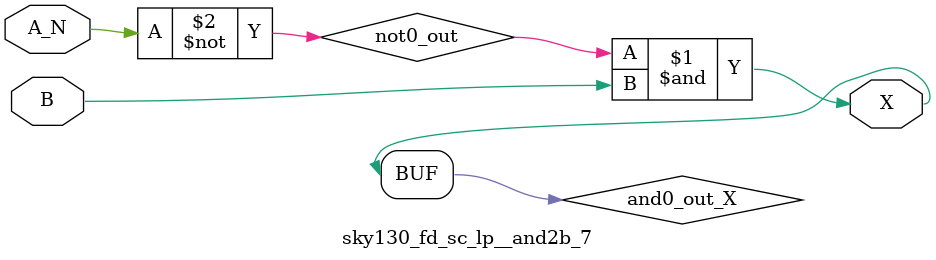
<source format=v>
module sky130_fd_sc_lp__and2b_7 (
    X  ,
    A_N,
    B
);
    output X  ;
    input  A_N;
    input  B  ;
    wire not0_out  ;
    wire and0_out_X;
    not not0 (not0_out  , A_N            );
    and and0 (and0_out_X, not0_out, B    );
    buf buf0 (X         , and0_out_X     );
endmodule
</source>
